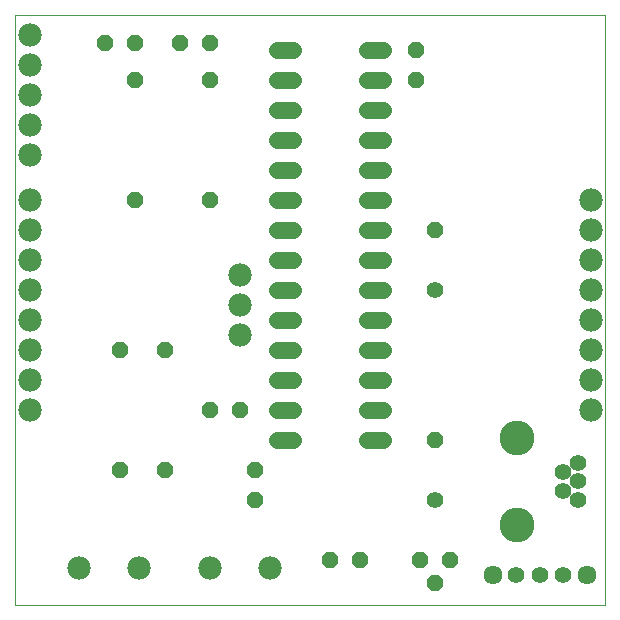
<source format=gbs>
G75*
%MOIN*%
%OFA0B0*%
%FSLAX25Y25*%
%IPPOS*%
%LPD*%
%AMOC8*
5,1,8,0,0,1.08239X$1,22.5*
%
%ADD10C,0.00000*%
%ADD11OC8,0.05600*%
%ADD12C,0.05600*%
%ADD13C,0.07800*%
%ADD14C,0.05550*%
%ADD15C,0.11620*%
%ADD16C,0.06337*%
%ADD17C,0.05600*%
D10*
X0006800Y0007548D02*
X0006800Y0204398D01*
X0203650Y0204398D01*
X0203650Y0007548D01*
X0006800Y0007548D01*
D11*
X0041800Y0052548D03*
X0056800Y0052548D03*
X0071800Y0072548D03*
X0081800Y0072548D03*
X0086800Y0052548D03*
X0086800Y0042548D03*
X0111800Y0022548D03*
X0121800Y0022548D03*
X0141800Y0022548D03*
X0146800Y0015048D03*
X0151800Y0022548D03*
X0146800Y0062548D03*
X0146800Y0132548D03*
X0140550Y0182548D03*
X0140550Y0192548D03*
X0071800Y0195048D03*
X0061800Y0195048D03*
X0071800Y0182548D03*
X0046800Y0182548D03*
X0046800Y0195048D03*
X0036800Y0195048D03*
X0046800Y0142548D03*
X0071800Y0142548D03*
X0056800Y0092548D03*
X0041800Y0092548D03*
D12*
X0094200Y0092548D02*
X0099400Y0092548D01*
X0099400Y0102548D02*
X0094200Y0102548D01*
X0094200Y0112548D02*
X0099400Y0112548D01*
X0099400Y0122548D02*
X0094200Y0122548D01*
X0094200Y0132548D02*
X0099400Y0132548D01*
X0099400Y0142548D02*
X0094200Y0142548D01*
X0094200Y0152548D02*
X0099400Y0152548D01*
X0099400Y0162548D02*
X0094200Y0162548D01*
X0094200Y0172548D02*
X0099400Y0172548D01*
X0099400Y0182548D02*
X0094200Y0182548D01*
X0094200Y0192548D02*
X0099400Y0192548D01*
X0124200Y0192548D02*
X0129400Y0192548D01*
X0129400Y0182548D02*
X0124200Y0182548D01*
X0124200Y0172548D02*
X0129400Y0172548D01*
X0129400Y0162548D02*
X0124200Y0162548D01*
X0124200Y0152548D02*
X0129400Y0152548D01*
X0129400Y0142548D02*
X0124200Y0142548D01*
X0124200Y0132548D02*
X0129400Y0132548D01*
X0129400Y0122548D02*
X0124200Y0122548D01*
X0124200Y0112548D02*
X0129400Y0112548D01*
X0129400Y0102548D02*
X0124200Y0102548D01*
X0124200Y0092548D02*
X0129400Y0092548D01*
X0129400Y0082548D02*
X0124200Y0082548D01*
X0124200Y0072548D02*
X0129400Y0072548D01*
X0129400Y0062548D02*
X0124200Y0062548D01*
X0099400Y0062548D02*
X0094200Y0062548D01*
X0094200Y0072548D02*
X0099400Y0072548D01*
X0099400Y0082548D02*
X0094200Y0082548D01*
D13*
X0081800Y0097548D03*
X0081800Y0107548D03*
X0081800Y0117548D03*
X0011800Y0112548D03*
X0011800Y0102548D03*
X0011800Y0092548D03*
X0011800Y0082548D03*
X0011800Y0072548D03*
X0011800Y0122548D03*
X0011800Y0132548D03*
X0011800Y0142548D03*
X0011800Y0157548D03*
X0011800Y0167548D03*
X0011800Y0177548D03*
X0011800Y0187548D03*
X0011800Y0197548D03*
X0028050Y0020048D03*
X0048050Y0020048D03*
X0071800Y0020048D03*
X0091800Y0020048D03*
X0198800Y0072548D03*
X0198800Y0082548D03*
X0198800Y0092548D03*
X0198800Y0102548D03*
X0198800Y0112548D03*
X0198800Y0122548D03*
X0198800Y0132548D03*
X0198800Y0142548D03*
D14*
X0194379Y0055097D03*
X0189654Y0051948D03*
X0194379Y0048798D03*
X0189654Y0045648D03*
X0194379Y0042499D03*
X0189674Y0017548D03*
X0181800Y0017548D03*
X0173926Y0017548D03*
D15*
X0174300Y0034428D03*
X0174300Y0063168D03*
D16*
X0166052Y0017548D03*
X0197548Y0017548D03*
D17*
X0146800Y0042548D03*
X0146800Y0112548D03*
M02*

</source>
